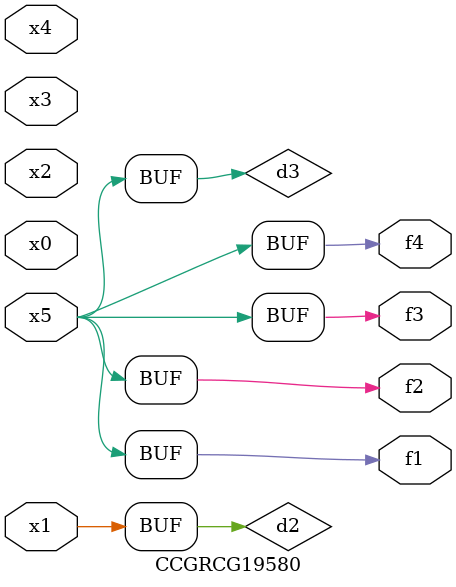
<source format=v>
module CCGRCG19580(
	input x0, x1, x2, x3, x4, x5,
	output f1, f2, f3, f4
);

	wire d1, d2, d3;

	not (d1, x5);
	or (d2, x1);
	xnor (d3, d1);
	assign f1 = d3;
	assign f2 = d3;
	assign f3 = d3;
	assign f4 = d3;
endmodule

</source>
